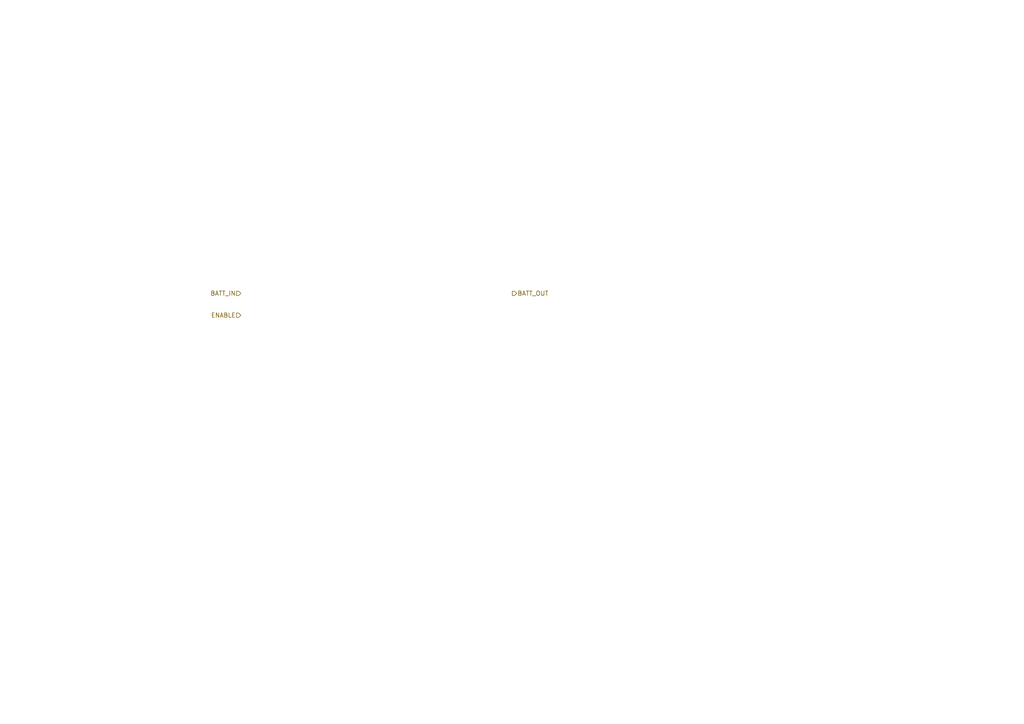
<source format=kicad_sch>
(kicad_sch
	(version 20231120)
	(generator "eeschema")
	(generator_version "8.0")
	(uuid "3fbd5c59-e8c8-4764-9ddd-337ec9982614")
	(paper "A4")
	(lib_symbols)
	(hierarchical_label "ENABLE"
		(shape input)
		(at 69.85 91.44 180)
		(effects
			(font
				(size 1.27 1.27)
			)
			(justify right)
		)
		(uuid "07f956fa-89e5-4c0c-a60f-b6c91baaa1b4")
	)
	(hierarchical_label "BATT_IN"
		(shape input)
		(at 69.85 85.09 180)
		(effects
			(font
				(size 1.27 1.27)
			)
			(justify right)
		)
		(uuid "9d0dd996-4754-4c4f-86d2-bd91ad99e699")
	)
	(hierarchical_label "BATT_OUT"
		(shape output)
		(at 148.59 85.09 0)
		(effects
			(font
				(size 1.27 1.27)
			)
			(justify left)
		)
		(uuid "c64f4b8c-849d-4aec-95b0-211399e74ab0")
	)
)

</source>
